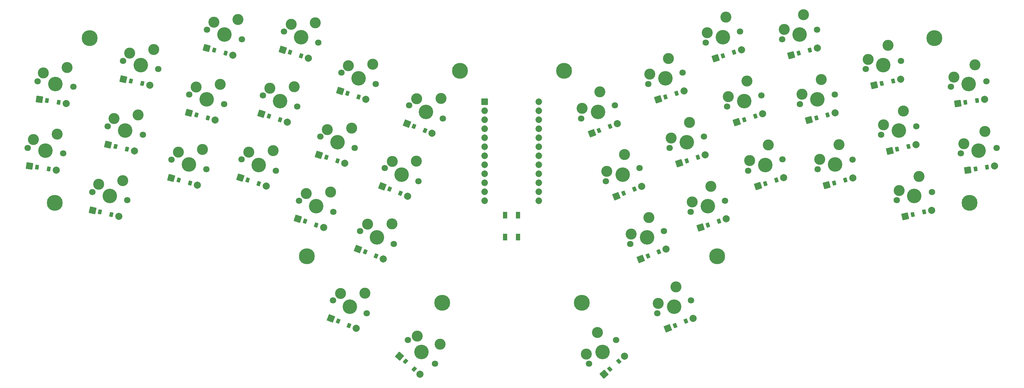
<source format=gbr>
%TF.GenerationSoftware,KiCad,Pcbnew,8.0.2-1*%
%TF.CreationDate,2024-07-02T10:22:07-04:00*%
%TF.ProjectId,thesplit,74686573-706c-4697-942e-6b696361645f,rev?*%
%TF.SameCoordinates,Original*%
%TF.FileFunction,Soldermask,Top*%
%TF.FilePolarity,Negative*%
%FSLAX46Y46*%
G04 Gerber Fmt 4.6, Leading zero omitted, Abs format (unit mm)*
G04 Created by KiCad (PCBNEW 8.0.2-1) date 2024-07-02 10:22:07*
%MOMM*%
%LPD*%
G01*
G04 APERTURE LIST*
G04 Aperture macros list*
%AMRoundRect*
0 Rectangle with rounded corners*
0 $1 Rounding radius*
0 $2 $3 $4 $5 $6 $7 $8 $9 X,Y pos of 4 corners*
0 Add a 4 corners polygon primitive as box body*
4,1,4,$2,$3,$4,$5,$6,$7,$8,$9,$2,$3,0*
0 Add four circle primitives for the rounded corners*
1,1,$1+$1,$2,$3*
1,1,$1+$1,$4,$5*
1,1,$1+$1,$6,$7*
1,1,$1+$1,$8,$9*
0 Add four rect primitives between the rounded corners*
20,1,$1+$1,$2,$3,$4,$5,0*
20,1,$1+$1,$4,$5,$6,$7,0*
20,1,$1+$1,$6,$7,$8,$9,0*
20,1,$1+$1,$8,$9,$2,$3,0*%
G04 Aperture macros list end*
%ADD10C,3.100000*%
%ADD11C,1.801800*%
%ADD12C,4.087800*%
%ADD13C,2.005000*%
%ADD14RoundRect,0.050000X-1.010638X-0.747833X0.747833X-1.010638X1.010638X0.747833X-0.747833X1.010638X0*%
%ADD15RoundRect,0.050000X-0.533743X-0.526895X0.356371X-0.659924X0.533743X0.526895X-0.356371X0.659924X0*%
%ADD16RoundRect,0.050000X-1.069093X-0.661575X0.661575X-1.069093X1.069093X0.661575X-0.661575X1.069093X0*%
%ADD17RoundRect,0.050000X-0.575541X-0.480887X0.300500X-0.687168X0.575541X0.480887X-0.300500X0.687168X0*%
%ADD18RoundRect,0.050000X-1.091531X-0.623861X0.623861X-1.091531X1.091531X0.623861X-0.623861X1.091531X0*%
%ADD19RoundRect,0.050000X-0.591973X-0.460508X0.276336X-0.697236X0.591973X0.460508X-0.276336X0.697236X0*%
%ADD20RoundRect,0.050000X-1.122685X-0.565880X0.565880X-1.122685X1.122685X0.565880X-0.565880X1.122685X0*%
%ADD21RoundRect,0.050000X-0.615263X-0.428896X0.239466X-0.710743X0.615263X0.428896X-0.239466X0.710743X0*%
%ADD22RoundRect,0.050000X-1.150762X-0.506348X0.506348X-1.150762X1.150762X0.506348X-0.506348X1.150762X0*%
%ADD23RoundRect,0.050000X-0.636866X-0.396108X0.201941X-0.722302X0.636866X0.396108X-0.201941X0.722302X0*%
%ADD24RoundRect,0.050000X-1.254544X-0.082227X0.082227X-1.254544X1.254544X0.082227X-0.082227X1.254544X0*%
%ADD25RoundRect,0.050000X-0.733935X-0.154398X-0.057280X-0.747810X0.733935X0.154398X0.057280X0.747810X0*%
%ADD26RoundRect,0.050000X-0.747833X-1.010638X1.010638X-0.747833X0.747833X1.010638X-1.010638X0.747833X0*%
%ADD27RoundRect,0.050000X-0.356371X-0.659924X0.533743X-0.526895X0.356371X0.659924X-0.533743X0.526895X0*%
%ADD28RoundRect,0.050000X-0.661575X-1.069093X1.069093X-0.661575X0.661575X1.069093X-1.069093X0.661575X0*%
%ADD29RoundRect,0.050000X-0.300500X-0.687168X0.575541X-0.480887X0.300500X0.687168X-0.575541X0.480887X0*%
%ADD30RoundRect,0.050000X-0.623861X-1.091531X1.091531X-0.623861X0.623861X1.091531X-1.091531X0.623861X0*%
%ADD31RoundRect,0.050000X-0.276336X-0.697236X0.591973X-0.460508X0.276336X0.697236X-0.591973X0.460508X0*%
%ADD32RoundRect,0.050000X-0.565880X-1.122685X1.122685X-0.565880X0.565880X1.122685X-1.122685X0.565880X0*%
%ADD33RoundRect,0.050000X-0.239466X-0.710743X0.615263X-0.428896X0.239466X0.710743X-0.615263X0.428896X0*%
%ADD34RoundRect,0.050000X-0.506348X-1.150762X1.150762X-0.506348X0.506348X1.150762X-1.150762X0.506348X0*%
%ADD35RoundRect,0.050000X-0.201941X-0.722302X0.636866X-0.396108X0.201941X0.722302X-0.636866X0.396108X0*%
%ADD36RoundRect,0.050000X-0.082227X-1.254544X1.254544X-0.082227X0.082227X1.254544X-1.254544X0.082227X0*%
%ADD37RoundRect,0.050000X0.057280X-0.747810X0.733935X-0.154398X-0.057280X0.747810X-0.733935X0.154398X0*%
%ADD38RoundRect,0.050000X-0.550000X0.900000X-0.550000X-0.900000X0.550000X-0.900000X0.550000X0.900000X0*%
%ADD39C,0.800000*%
%ADD40C,4.500000*%
%ADD41C,1.852600*%
%ADD42RoundRect,0.050000X-0.876300X0.876300X-0.876300X-0.876300X0.876300X-0.876300X0.876300X0.876300X0*%
G04 APERTURE END LIST*
D10*
%TO.C,S1*%
X207521324Y-203033298D03*
X214177011Y-201459791D03*
D11*
X205889835Y-205357680D03*
X215938247Y-206859418D03*
D12*
X210914041Y-206108549D03*
%TD*%
D10*
%TO.C,S2*%
X210329690Y-184241996D03*
X216985377Y-182668489D03*
D11*
X208698201Y-186566378D03*
X218746613Y-188068116D03*
D12*
X213722407Y-187317247D03*
%TD*%
D10*
%TO.C,S3*%
X225894817Y-215611645D03*
X232657939Y-214594695D03*
D11*
X224076456Y-217792949D03*
X233965992Y-220121625D03*
D12*
X229021224Y-218957287D03*
%TD*%
D10*
%TO.C,S4*%
X230249632Y-197117434D03*
X237012754Y-196100484D03*
D11*
X228431271Y-199298738D03*
X238320807Y-201627414D03*
D12*
X233376039Y-200463076D03*
%TD*%
D10*
%TO.C,S5*%
X234604426Y-178623232D03*
X241367548Y-177606282D03*
D11*
X232786065Y-180804536D03*
X242675601Y-183133212D03*
D12*
X237730833Y-181968874D03*
%TD*%
D10*
%TO.C,S6*%
X248313475Y-206557952D03*
X255107965Y-205777643D03*
D11*
X246420096Y-208674461D03*
X256222334Y-211346863D03*
D12*
X251321215Y-210010662D03*
%TD*%
D10*
%TO.C,S7*%
X253311081Y-188226989D03*
X260105571Y-187446680D03*
D11*
X251417702Y-190343498D03*
X261219940Y-193015900D03*
D12*
X256318821Y-191679699D03*
%TD*%
D10*
%TO.C,S8*%
X258308673Y-169896022D03*
X265103163Y-169115713D03*
D11*
X256415294Y-172012531D03*
X266217532Y-174684933D03*
D12*
X261316413Y-173348732D03*
%TD*%
D10*
%TO.C,S9*%
X268144433Y-206578916D03*
X274970455Y-206155277D03*
D11*
X266142877Y-208593441D03*
X275791817Y-211775181D03*
D12*
X270967347Y-210184311D03*
%TD*%
D10*
%TO.C,S10*%
X274094539Y-188534632D03*
X280920561Y-188110993D03*
D11*
X272092983Y-190549157D03*
X281741923Y-193730897D03*
D12*
X276917453Y-192140027D03*
%TD*%
D10*
%TO.C,S11*%
X280044656Y-170490347D03*
X286870678Y-170066708D03*
D11*
X278043100Y-172504872D03*
X287692040Y-175686612D03*
D12*
X282867570Y-174095742D03*
%TD*%
D10*
%TO.C,S12*%
X284309737Y-218227213D03*
X291135759Y-217803574D03*
D11*
X282308181Y-220241738D03*
X291957121Y-223423478D03*
D12*
X287132651Y-221832608D03*
%TD*%
D10*
%TO.C,S13*%
X290259840Y-200182948D03*
X297085862Y-199759309D03*
D11*
X288258284Y-202197473D03*
X297907224Y-205379213D03*
D12*
X293082754Y-203788343D03*
%TD*%
D10*
%TO.C,S14*%
X296209946Y-182138661D03*
X303035968Y-181715022D03*
D11*
X294208390Y-184153186D03*
X303857330Y-187334926D03*
D12*
X299032860Y-185744056D03*
%TD*%
D10*
%TO.C,S15*%
X301607079Y-226883628D03*
X308445914Y-226817804D03*
D11*
X299502842Y-228790629D03*
X308972028Y-232473001D03*
D12*
X304237435Y-230631815D03*
%TD*%
D10*
%TO.C,S16*%
X308493400Y-209175509D03*
X315332235Y-209109685D03*
D11*
X306389163Y-211082510D03*
X315858349Y-214764882D03*
D12*
X311123756Y-212923696D03*
%TD*%
D10*
%TO.C,S18*%
X293995886Y-246455807D03*
X300834721Y-246389983D03*
D11*
X291891649Y-248362808D03*
X301360835Y-252045180D03*
D12*
X296626242Y-250203994D03*
%TD*%
D10*
%TO.C,S19*%
X315563813Y-258503574D03*
X322012740Y-260780746D03*
D11*
X312934250Y-259575877D03*
X320572930Y-266274831D03*
D12*
X316753590Y-262925354D03*
%TD*%
D10*
%TO.C,S20*%
X469417246Y-204159602D03*
X475322061Y-200708910D03*
D11*
X468536636Y-206859416D03*
X478585036Y-205357674D03*
D12*
X473560836Y-206108545D03*
%TD*%
D10*
%TO.C,S21*%
X466608875Y-185368308D03*
X472513690Y-181917616D03*
D11*
X465728265Y-188068122D03*
X475776665Y-186566380D03*
D12*
X470752465Y-187317251D03*
%TD*%
D10*
%TO.C,S22*%
X451162890Y-217358146D03*
X456761681Y-213430346D03*
D11*
X450508874Y-220121617D03*
X460398404Y-217792941D03*
D12*
X455453639Y-218957279D03*
%TD*%
D10*
%TO.C,S23*%
X446808083Y-198863951D03*
X452406874Y-194936151D03*
D11*
X446154067Y-201627422D03*
X456043597Y-199298746D03*
D12*
X451098832Y-200463084D03*
%TD*%
D10*
%TO.C,S24*%
X442453267Y-180369737D03*
X448052058Y-176441937D03*
D11*
X441799251Y-183133208D03*
X451688781Y-180804532D03*
D12*
X446744016Y-181968870D03*
%TD*%
D10*
%TO.C,S25*%
X428809684Y-208562242D03*
X434267984Y-204441435D03*
D11*
X428252504Y-211346849D03*
X438054744Y-208674459D03*
D12*
X433153624Y-210010654D03*
%TD*%
D10*
%TO.C,S26*%
X423812110Y-190231289D03*
X429270410Y-186110482D03*
D11*
X423254930Y-193015896D03*
X433057170Y-190343506D03*
D12*
X428156050Y-191679701D03*
%TD*%
D10*
%TO.C,S27*%
X418814517Y-171900325D03*
X424272817Y-167779518D03*
D11*
X418257337Y-174684932D03*
X428059577Y-172012542D03*
D12*
X423158457Y-173348737D03*
%TD*%
D10*
%TO.C,S28*%
X409093739Y-208965236D03*
X414328890Y-204564408D03*
D11*
X408683053Y-211775190D03*
X418332005Y-208593452D03*
D12*
X413507529Y-210184321D03*
%TD*%
D10*
%TO.C,S29*%
X403143613Y-190920935D03*
X408378764Y-186520107D03*
D11*
X402732927Y-193730889D03*
X412381879Y-190549151D03*
D12*
X407557403Y-192140020D03*
%TD*%
D10*
%TO.C,S30*%
X397193505Y-172876660D03*
X402428656Y-168475832D03*
D11*
X396782819Y-175686614D03*
X406431771Y-172504876D03*
D12*
X401607295Y-174095745D03*
%TD*%
D10*
%TO.C,S31*%
X392928439Y-220613545D03*
X398163590Y-216212717D03*
D11*
X392517753Y-223423499D03*
X402166705Y-220241761D03*
D12*
X397342229Y-221832630D03*
%TD*%
D10*
%TO.C,S32*%
X386978307Y-202569248D03*
X392213458Y-198168420D03*
D11*
X386567621Y-205379202D03*
X396216573Y-202197464D03*
D12*
X391392097Y-203788333D03*
%TD*%
D10*
%TO.C,S33*%
X381028209Y-184524971D03*
X386263360Y-180124143D03*
D11*
X380617523Y-187334925D03*
X390266475Y-184153187D03*
D12*
X385441999Y-185744056D03*
%TD*%
D10*
%TO.C,S34*%
X375765880Y-229645412D03*
X380763539Y-224976626D03*
D11*
X375502822Y-232473005D03*
X384972016Y-228790633D03*
D12*
X380237419Y-230631819D03*
%TD*%
D10*
%TO.C,S35*%
X368879578Y-211937271D03*
X373877237Y-207268485D03*
D11*
X368616520Y-214764864D03*
X378085714Y-211082492D03*
D12*
X373351117Y-212923678D03*
%TD*%
D10*
%TO.C,S36*%
X361993235Y-194229123D03*
X366990894Y-189560337D03*
D11*
X361730177Y-197056716D03*
X371199371Y-193374344D03*
D12*
X366464774Y-195215530D03*
%TD*%
D10*
%TO.C,S37*%
X383377072Y-249217584D03*
X388374731Y-244548798D03*
D11*
X383114014Y-252045177D03*
X392583208Y-248362805D03*
D12*
X387848611Y-250203991D03*
%TD*%
D10*
%TO.C,S38*%
X363182024Y-263527795D03*
X366281468Y-257431268D03*
D11*
X363901923Y-266274835D03*
X371540617Y-259575883D03*
D12*
X367721270Y-262925359D03*
%TD*%
D13*
%TO.C,D1*%
X213943144Y-211616778D03*
D14*
X206406842Y-210490480D03*
D15*
X211806871Y-211297514D03*
X208543115Y-210809744D03*
%TD*%
D13*
%TO.C,D2*%
X216751497Y-192825470D03*
D14*
X209215195Y-191699172D03*
D15*
X214615224Y-192506206D03*
X211351468Y-192018436D03*
%TD*%
D13*
%TO.C,D3*%
X231583801Y-224697417D03*
D16*
X224166657Y-222950923D03*
D17*
X229481306Y-224202354D03*
X226269152Y-223445986D03*
%TD*%
D13*
%TO.C,D4*%
X235938599Y-206203222D03*
D16*
X228521455Y-204456728D03*
D17*
X233836104Y-205708159D03*
X230623950Y-204951791D03*
%TD*%
D13*
%TO.C,D5*%
X240293406Y-187709013D03*
D16*
X232876262Y-185962519D03*
D17*
X238190911Y-187213950D03*
X234978757Y-186457582D03*
%TD*%
D13*
%TO.C,D6*%
X253681900Y-215836750D03*
D18*
X246330220Y-213832446D03*
D19*
X251597957Y-215268600D03*
X248414163Y-214400596D03*
%TD*%
D13*
%TO.C,D7*%
X258679479Y-197505791D03*
D18*
X251327799Y-195501487D03*
D19*
X256595536Y-196937641D03*
X253411742Y-196069637D03*
%TD*%
D13*
%TO.C,D8*%
X263677107Y-179174823D03*
D18*
X256325427Y-177170519D03*
D19*
X261593164Y-178606673D03*
X258409370Y-177738669D03*
%TD*%
D13*
%TO.C,D9*%
X273019881Y-216125958D03*
D20*
X265783169Y-213739662D03*
D21*
X270968522Y-215449530D03*
X267834528Y-214416090D03*
%TD*%
D13*
%TO.C,D10*%
X278970003Y-198081658D03*
D20*
X271733291Y-195695362D03*
D21*
X276918644Y-197405230D03*
X273784650Y-196371790D03*
%TD*%
D13*
%TO.C,D11*%
X284920094Y-180037389D03*
D20*
X277683382Y-177651093D03*
D21*
X282868735Y-179360961D03*
X279734741Y-178327521D03*
%TD*%
D13*
%TO.C,D12*%
X289185186Y-227774264D03*
D20*
X281948474Y-225387968D03*
D21*
X287133827Y-227097836D03*
X283999833Y-226064396D03*
%TD*%
D13*
%TO.C,D13*%
X295135292Y-209729982D03*
D20*
X287898580Y-207343686D03*
D21*
X293083933Y-209053554D03*
X289949939Y-208020114D03*
%TD*%
D13*
%TO.C,D14*%
X301085403Y-191685691D03*
D20*
X293848691Y-189299395D03*
D21*
X299034044Y-191009263D03*
X295900050Y-189975823D03*
%TD*%
D13*
%TO.C,D15*%
X305976178Y-236672759D03*
D22*
X298874286Y-233910979D03*
D23*
X303963046Y-235889893D03*
X300887418Y-234693845D03*
%TD*%
D13*
%TO.C,D16*%
X312862523Y-218964608D03*
D22*
X305760631Y-216202828D03*
D23*
X310849391Y-218181742D03*
X307773763Y-216985694D03*
%TD*%
D13*
%TO.C,D17*%
X319748818Y-201256457D03*
D22*
X312646926Y-198494677D03*
D23*
X317735686Y-200473591D03*
X314660058Y-199277543D03*
%TD*%
D13*
%TO.C,D18*%
X298364995Y-256244922D03*
D22*
X291263103Y-253483142D03*
D23*
X296351863Y-255462056D03*
X293276235Y-254266008D03*
%TD*%
D13*
%TO.C,D19*%
X316321361Y-269196685D03*
D24*
X310592341Y-264172469D03*
D25*
X314697384Y-267772496D03*
X312216318Y-265596658D03*
%TD*%
D13*
%TO.C,D20*%
X478068027Y-210490464D03*
D26*
X470531727Y-211616776D03*
D27*
X475931754Y-210809736D03*
X472668000Y-211297504D03*
%TD*%
D13*
%TO.C,D21*%
X475259652Y-191699172D03*
D26*
X467723352Y-192825484D03*
D27*
X473123379Y-192018444D03*
X469859625Y-192506212D03*
%TD*%
D13*
%TO.C,D22*%
X460308193Y-222950927D03*
D28*
X452891041Y-224697435D03*
D29*
X458205697Y-223445998D03*
X454993537Y-224202364D03*
%TD*%
D13*
%TO.C,D23*%
X455953401Y-204456703D03*
D28*
X448536249Y-206203211D03*
D29*
X453850905Y-204951774D03*
X450638745Y-205708140D03*
%TD*%
D13*
%TO.C,D24*%
X451598589Y-185962514D03*
D28*
X444181437Y-187709022D03*
D29*
X449496093Y-186457585D03*
X446283933Y-187213951D03*
%TD*%
D13*
%TO.C,D25*%
X438144645Y-213832436D03*
D30*
X430792965Y-215836742D03*
D31*
X436060702Y-214400587D03*
X432876908Y-215268591D03*
%TD*%
D13*
%TO.C,D26*%
X433147040Y-195501474D03*
D30*
X425795360Y-197505780D03*
D31*
X431063097Y-196069625D03*
X427879303Y-196937629D03*
%TD*%
D13*
%TO.C,D27*%
X428149452Y-177170529D03*
D30*
X420797772Y-179174835D03*
D31*
X426065509Y-177738680D03*
X422881715Y-178606684D03*
%TD*%
D13*
%TO.C,D28*%
X418691700Y-213739654D03*
D32*
X411454996Y-216125942D03*
D33*
X416640346Y-214416080D03*
X413506350Y-215449516D03*
%TD*%
D13*
%TO.C,D29*%
X412741586Y-195695379D03*
D32*
X405504882Y-198081667D03*
D33*
X410690232Y-196371805D03*
X407556236Y-197405241D03*
%TD*%
D13*
%TO.C,D30*%
X406791466Y-177651102D03*
D32*
X399554762Y-180037390D03*
D33*
X404740112Y-178327528D03*
X401606116Y-179360964D03*
%TD*%
D13*
%TO.C,D31*%
X402526384Y-225387957D03*
D32*
X395289680Y-227774245D03*
D33*
X400475030Y-226064383D03*
X397341034Y-227097819D03*
%TD*%
D13*
%TO.C,D32*%
X396576275Y-207343686D03*
D32*
X389339571Y-209729974D03*
D33*
X394524921Y-208020112D03*
X391390925Y-209053548D03*
%TD*%
D13*
%TO.C,D33*%
X390626174Y-189299399D03*
D32*
X383389470Y-191685687D03*
D33*
X388574820Y-189975825D03*
X385440824Y-191009261D03*
%TD*%
D13*
%TO.C,D34*%
X385600568Y-233910960D03*
D34*
X378498670Y-236672742D03*
D35*
X383587434Y-234693827D03*
X380511804Y-235889875D03*
%TD*%
D13*
%TO.C,D35*%
X378714246Y-216202834D03*
D34*
X371612348Y-218964616D03*
D35*
X376701112Y-216985701D03*
X373625482Y-218181749D03*
%TD*%
D13*
%TO.C,D36*%
X371827924Y-198494669D03*
D34*
X364726026Y-201256451D03*
D35*
X369814790Y-199277536D03*
X366739160Y-200473584D03*
%TD*%
D13*
%TO.C,D37*%
X393211777Y-253483133D03*
D34*
X386109879Y-256244915D03*
D35*
X391198643Y-254266000D03*
X388123013Y-255462048D03*
%TD*%
D13*
%TO.C,D38*%
X373882504Y-264172459D03*
D36*
X368153482Y-269196677D03*
D37*
X372258526Y-265596651D03*
X369777460Y-267772485D03*
%TD*%
D38*
%TO.C,B1*%
X340253219Y-230563125D03*
X340253215Y-224363118D03*
X343953219Y-230563120D03*
X343953215Y-224363113D03*
%TD*%
D39*
%TO.C,_1*%
X223589102Y-172715252D03*
X224977095Y-174591015D03*
X222018853Y-175328588D03*
X222363759Y-173020766D03*
X221713339Y-174103245D03*
X224671581Y-173365672D03*
X223101332Y-175979008D03*
D40*
X223345217Y-174347130D03*
D39*
X224326675Y-175673494D03*
%TD*%
%TO.C,_2*%
X460885763Y-172715233D03*
X462761524Y-174103226D03*
X460148193Y-175673475D03*
X459803282Y-173365656D03*
X459497770Y-174590994D03*
X462111101Y-173020745D03*
X461373531Y-175978987D03*
D40*
X461129647Y-174347110D03*
D39*
X462456012Y-175328564D03*
%TD*%
%TO.C,_3*%
X213749449Y-219272223D03*
X215137442Y-221147986D03*
X212179200Y-221885559D03*
X212524106Y-219577737D03*
X211873686Y-220660216D03*
X214831928Y-219922643D03*
X213261679Y-222535979D03*
D40*
X213505564Y-220904101D03*
D39*
X214487022Y-222230465D03*
%TD*%
%TO.C,_4*%
X470725399Y-219272228D03*
X472601160Y-220660221D03*
X469987829Y-222230470D03*
X469642918Y-219922651D03*
X469337406Y-221147989D03*
X471950737Y-219577740D03*
X471213167Y-222535982D03*
D40*
X470969283Y-220904105D03*
D39*
X472295648Y-221885559D03*
%TD*%
%TO.C,_5*%
X284991203Y-234393842D03*
X286041480Y-236477559D03*
X283001068Y-236703501D03*
X283731821Y-234487424D03*
X282907486Y-235444119D03*
X285947898Y-235218177D03*
X283957763Y-237527836D03*
D40*
X284474483Y-235960839D03*
D39*
X285217145Y-237434254D03*
%TD*%
%TO.C,_6*%
X399483663Y-234393854D03*
X401567379Y-235444134D03*
X399257721Y-237434270D03*
X398526963Y-235218192D03*
X398433383Y-236477570D03*
X400743041Y-234487434D03*
X400517099Y-237527850D03*
D40*
X400000381Y-235960852D03*
D39*
X401473799Y-236703512D03*
%TD*%
%TO.C,_7*%
X328199875Y-182118198D03*
X329139665Y-184254036D03*
X326091590Y-184320541D03*
X326937322Y-182145751D03*
X326064037Y-183057988D03*
X329112112Y-182991483D03*
X327003827Y-185193826D03*
D40*
X327601851Y-183656012D03*
D39*
X328266380Y-185166273D03*
%TD*%
%TO.C,_8*%
X356274980Y-182118174D03*
X358410819Y-183057965D03*
X356208468Y-185166246D03*
X355362747Y-182991453D03*
X355335189Y-184254013D03*
X357537540Y-182145732D03*
X357471028Y-185193804D03*
D40*
X356873004Y-183655989D03*
D39*
X358383261Y-184320525D03*
%TD*%
%TO.C,_9*%
X323665949Y-247839223D03*
X323818563Y-250167675D03*
X320931567Y-249187670D03*
X322470116Y-247433293D03*
X321337497Y-247991837D03*
X324224493Y-248971842D03*
X321490111Y-250320289D03*
D40*
X322578030Y-249079756D03*
D39*
X322685944Y-250726219D03*
%TD*%
%TO.C,_10*%
X360808925Y-247839228D03*
X363137375Y-247991844D03*
X361788926Y-250726229D03*
X360250374Y-248971845D03*
X360656309Y-250167678D03*
X362004758Y-247433293D03*
X362984759Y-250320294D03*
D40*
X361896842Y-249079761D03*
D39*
X363543310Y-249187677D03*
%TD*%
D41*
%TO.C,MCU1*%
X349792835Y-220263233D03*
X349792827Y-217723234D03*
X349792828Y-215183233D03*
X349792828Y-212643233D03*
X349792835Y-210103237D03*
X349792837Y-207563228D03*
X349792830Y-205023233D03*
X349792830Y-202483236D03*
X349792830Y-199943232D03*
X349792832Y-197403234D03*
X349792827Y-194863237D03*
X349792831Y-192323235D03*
X334552829Y-220263233D03*
X334552833Y-217723231D03*
X334552828Y-215183234D03*
X334552830Y-212643236D03*
X334552830Y-210103232D03*
X334552830Y-207563235D03*
X334552823Y-205023240D03*
X334552825Y-202483231D03*
X334552832Y-199943235D03*
X334552832Y-197403235D03*
X334552833Y-194863234D03*
D42*
X334552825Y-192323235D03*
%TD*%
D10*
%TO.C,S17*%
X315379737Y-191467328D03*
X322218572Y-191401504D03*
D11*
X313275500Y-193374329D03*
X322744686Y-197056701D03*
D12*
X318010093Y-195215515D03*
%TD*%
M02*

</source>
